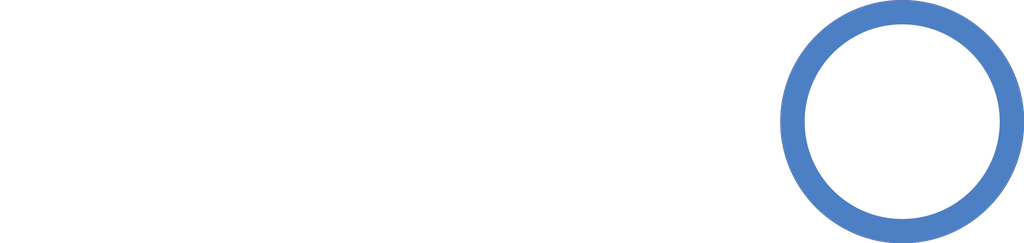
<source format=kicad_pcb>
(kicad_pcb (version 20240108) (generator "ergogen") (generator_version "4.2.0")
  (title_block (title "pcb") (date "2025-10-15") (rev "v9.9") (company "Ergogen Tests"))
  (layers (0 "F.Cu" signal) (31 "B.Cu" signal) (34 "B.Paste" user) (35 "F.Paste" user) (36 "B.SilkS" user "B.Silkscreen") (37 "F.SilkS" user "F.Silkscreen") (38 "B.Mask" user) (39 "F.Mask" user) (44 "Edge.Cuts" user))
  (net 0 "")
  (footprint "ceoloide:mounting_hole_npth" (layer "F.Cu") (at 0 0 0)
    (property "Reference" "MH1" hide)
    (pad "" np_thru_hole circle (at 0 0 0) (size 2.2 2.2) (drill 2.2) (layers "*.Cu" "*.Mask"))
  )
  (footprint "ceoloide:mounting_hole_npth" (layer "B.Cu") (at 10 0 0)
    (property "Reference" "MH2" hide)
    (pad "" np_thru_hole circle (at 0 0 0) (size 3.0 3.0) (drill 2.4) (layers "*.Cu" "*.Mask"))
  )
)
</source>
